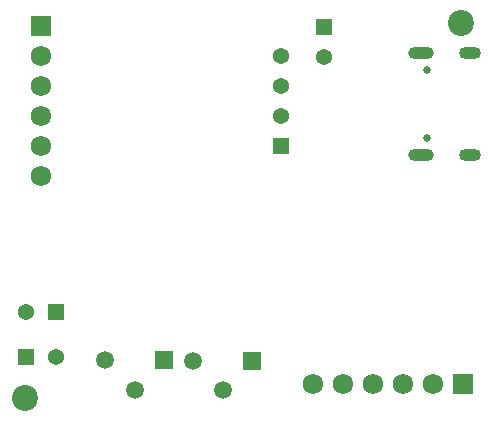
<source format=gbr>
G04*
G04 #@! TF.GenerationSoftware,Altium Limited,Altium Designer,24.1.2 (44)*
G04*
G04 Layer_Color=12632256*
%FSLAX25Y25*%
%MOIN*%
G70*
G04*
G04 #@! TF.SameCoordinates,EBF418CC-EE97-4C3D-AA47-A42144AD25BC*
G04*
G04*
G04 #@! TF.FilePolarity,Positive*
G04*
G01*
G75*
%ADD53C,0.08661*%
%ADD54R,0.05937X0.05937*%
%ADD55C,0.05937*%
%ADD56C,0.05394*%
%ADD57R,0.05394X0.05394*%
%ADD58R,0.05394X0.05394*%
%ADD59R,0.06791X0.06791*%
%ADD60C,0.06791*%
%ADD61R,0.06791X0.06791*%
%ADD62C,0.02559*%
%ADD63O,0.07284X0.04134*%
%ADD64O,0.08465X0.04134*%
D53*
X132500Y128500D02*
D03*
X278000Y253500D02*
D03*
D54*
X208342Y140843D02*
D03*
X179000Y141000D02*
D03*
D55*
X198500Y131000D02*
D03*
X188657Y140843D02*
D03*
X169157Y131157D02*
D03*
X159315Y141000D02*
D03*
D56*
X133000Y157000D02*
D03*
X143000Y142000D02*
D03*
X218000Y222500D02*
D03*
Y232500D02*
D03*
Y242500D02*
D03*
X232139Y242000D02*
D03*
D57*
X143000Y157000D02*
D03*
X133000Y142000D02*
D03*
X218000Y212500D02*
D03*
D58*
X232139Y252000D02*
D03*
D59*
X138000Y252500D02*
D03*
D60*
Y242500D02*
D03*
Y232500D02*
D03*
Y222500D02*
D03*
Y212500D02*
D03*
Y202500D02*
D03*
X268500Y133000D02*
D03*
X258500D02*
D03*
X248500D02*
D03*
X238500D02*
D03*
X228500D02*
D03*
D61*
X278500D02*
D03*
D62*
X266512Y237878D02*
D03*
Y215122D02*
D03*
D63*
X281000Y209492D02*
D03*
Y243508D02*
D03*
D64*
X264543Y209492D02*
D03*
Y243508D02*
D03*
M02*

</source>
